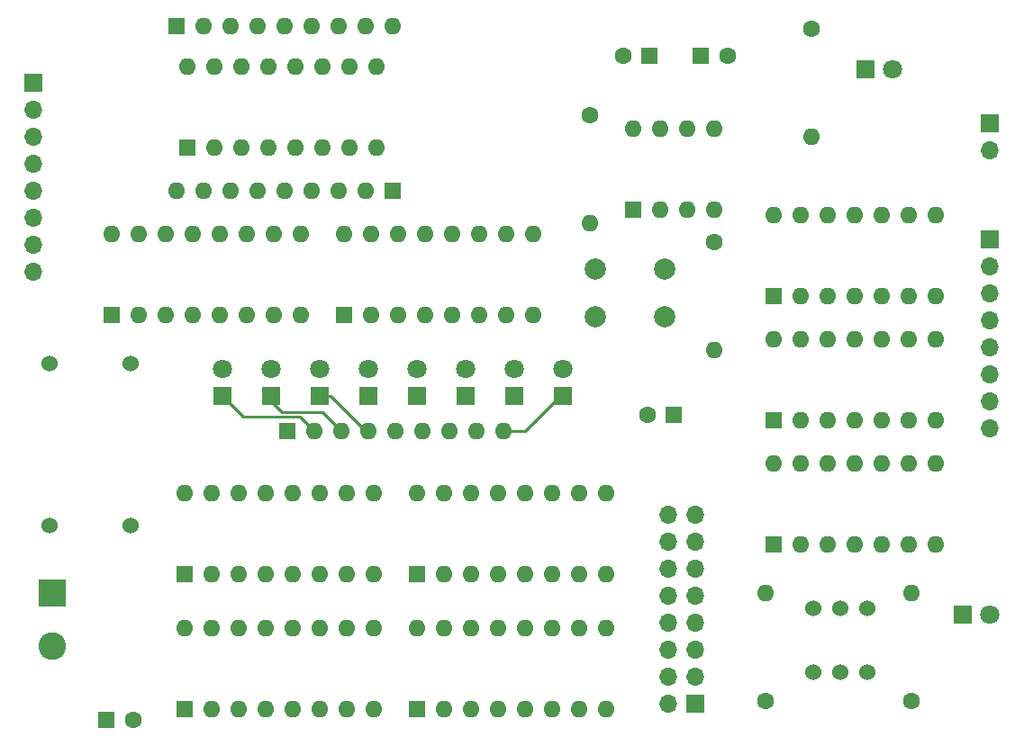
<source format=gbr>
%TF.GenerationSoftware,KiCad,Pcbnew,(5.1.9-0-10_14)*%
%TF.CreationDate,2021-05-17T13:32:26-04:00*%
%TF.ProjectId,CLOCK,434c4f43-4b2e-46b6-9963-61645f706362,rev?*%
%TF.SameCoordinates,Original*%
%TF.FileFunction,Copper,L2,Inr*%
%TF.FilePolarity,Positive*%
%FSLAX46Y46*%
G04 Gerber Fmt 4.6, Leading zero omitted, Abs format (unit mm)*
G04 Created by KiCad (PCBNEW (5.1.9-0-10_14)) date 2021-05-17 13:32:26*
%MOMM*%
%LPD*%
G01*
G04 APERTURE LIST*
%TA.AperFunction,ComponentPad*%
%ADD10C,1.600000*%
%TD*%
%TA.AperFunction,ComponentPad*%
%ADD11R,1.600000X1.600000*%
%TD*%
%TA.AperFunction,ComponentPad*%
%ADD12O,1.600000X1.600000*%
%TD*%
%TA.AperFunction,ComponentPad*%
%ADD13C,1.524000*%
%TD*%
%TA.AperFunction,ComponentPad*%
%ADD14C,2.000000*%
%TD*%
%TA.AperFunction,ComponentPad*%
%ADD15O,1.700000X1.700000*%
%TD*%
%TA.AperFunction,ComponentPad*%
%ADD16R,1.700000X1.700000*%
%TD*%
%TA.AperFunction,ComponentPad*%
%ADD17C,2.600000*%
%TD*%
%TA.AperFunction,ComponentPad*%
%ADD18R,2.600000X2.600000*%
%TD*%
%TA.AperFunction,ComponentPad*%
%ADD19C,1.800000*%
%TD*%
%TA.AperFunction,ComponentPad*%
%ADD20R,1.800000X1.800000*%
%TD*%
%TA.AperFunction,Conductor*%
%ADD21C,0.250000*%
%TD*%
G04 APERTURE END LIST*
D10*
%TO.N,GND*%
%TO.C,C4*%
X76414000Y-98044000D03*
D11*
%TO.N,+5V*%
X73914000Y-98044000D03*
%TD*%
D10*
%TO.N,GND*%
%TO.C,C3*%
X124754000Y-69342000D03*
D11*
%TO.N,+5V*%
X127254000Y-69342000D03*
%TD*%
D12*
%TO.N,+5V*%
%TO.C,U11*%
X96266000Y-52324000D03*
%TO.N,GND*%
X114046000Y-59944000D03*
X98806000Y-52324000D03*
%TO.N,/1MHz_Pulse*%
X111506000Y-59944000D03*
%TO.N,Net-(J2-Pad4)*%
X101346000Y-52324000D03*
%TO.N,/A7*%
X108966000Y-59944000D03*
%TO.N,Net-(J2-Pad3)*%
X103886000Y-52324000D03*
%TO.N,/A6*%
X106426000Y-59944000D03*
%TO.N,Net-(J2-Pad2)*%
X106426000Y-52324000D03*
%TO.N,/A5*%
X103886000Y-59944000D03*
%TO.N,Net-(J2-Pad1)*%
X108966000Y-52324000D03*
%TO.N,/A4*%
X101346000Y-59944000D03*
%TO.N,/SET_SPEED*%
X111506000Y-52324000D03*
%TO.N,GND*%
X98806000Y-59944000D03*
%TO.N,/SET_SPEED*%
X114046000Y-52324000D03*
D11*
%TO.N,GND*%
X96266000Y-59944000D03*
%TD*%
D12*
%TO.N,+5V*%
%TO.C,U10*%
X136652000Y-73914000D03*
%TO.N,GND*%
X151892000Y-81534000D03*
%TO.N,N/C*%
X139192000Y-73914000D03*
X149352000Y-81534000D03*
X141732000Y-73914000D03*
X146812000Y-81534000D03*
X144272000Y-73914000D03*
X144272000Y-81534000D03*
X146812000Y-73914000D03*
%TO.N,/CLOCK_OUT*%
X141732000Y-81534000D03*
%TO.N,N/C*%
X149352000Y-73914000D03*
%TO.N,Net-(U10-Pad2)*%
X139192000Y-81534000D03*
%TO.N,N/C*%
X151892000Y-73914000D03*
D11*
%TO.N,Net-(U10-Pad1)*%
X136652000Y-81534000D03*
%TD*%
D12*
%TO.N,+5V*%
%TO.C,U9*%
X136652000Y-50546000D03*
%TO.N,GND*%
X151892000Y-58166000D03*
%TO.N,Net-(J34-Pad1)*%
X139192000Y-50546000D03*
%TO.N,Net-(U10-Pad1)*%
X149352000Y-58166000D03*
%TO.N,Net-(D2-Pad2)*%
X141732000Y-50546000D03*
%TO.N,/HALT*%
X146812000Y-58166000D03*
%TO.N,Net-(U9-Pad10)*%
X144272000Y-50546000D03*
%TO.N,Net-(U9-Pad3)*%
X144272000Y-58166000D03*
%TO.N,Net-(U9-Pad10)*%
X146812000Y-50546000D03*
%TO.N,Net-(U9-Pad3)*%
X141732000Y-58166000D03*
%TO.N,/HALT*%
X149352000Y-50546000D03*
%TO.N,Net-(U8-Pad2)*%
X139192000Y-58166000D03*
%TO.N,Net-(U10-Pad2)*%
X151892000Y-50546000D03*
D11*
%TO.N,Net-(U7-Pad3)*%
X136652000Y-58166000D03*
%TD*%
D12*
%TO.N,+5V*%
%TO.C,U8*%
X136652000Y-62230000D03*
%TO.N,GND*%
X151892000Y-69850000D03*
%TO.N,N/C*%
X139192000Y-62230000D03*
X149352000Y-69850000D03*
X141732000Y-62230000D03*
X146812000Y-69850000D03*
X144272000Y-62230000D03*
X144272000Y-69850000D03*
X146812000Y-62230000D03*
X141732000Y-69850000D03*
X149352000Y-62230000D03*
%TO.N,Net-(U8-Pad2)*%
X139192000Y-69850000D03*
%TO.N,N/C*%
X151892000Y-62230000D03*
D11*
%TO.N,Net-(D2-Pad2)*%
X136652000Y-69850000D03*
%TD*%
D12*
%TO.N,+5V*%
%TO.C,U7*%
X123444000Y-42418000D03*
X131064000Y-50038000D03*
%TO.N,Net-(C2-Pad2)*%
X125984000Y-42418000D03*
%TO.N,Net-(U7-Pad3)*%
X128524000Y-50038000D03*
%TO.N,Net-(C2-Pad2)*%
X128524000Y-42418000D03*
%TO.N,Net-(R1-Pad2)*%
X125984000Y-50038000D03*
%TO.N,Net-(C1-Pad2)*%
X131064000Y-42418000D03*
D11*
%TO.N,GND*%
X123444000Y-50038000D03*
%TD*%
D12*
%TO.N,+5V*%
%TO.C,U6*%
X81280000Y-89408000D03*
%TO.N,GND*%
X99060000Y-97028000D03*
%TO.N,Net-(U6-Pad15)*%
X83820000Y-89408000D03*
%TO.N,Net-(J34-Pad8)*%
X96520000Y-97028000D03*
%TO.N,GND*%
X86360000Y-89408000D03*
%TO.N,Net-(J34-Pad6)*%
X93980000Y-97028000D03*
%TO.N,Net-(U6-Pad13)*%
X88900000Y-89408000D03*
%TO.N,Net-(U2-Pad11)*%
X91440000Y-97028000D03*
%TO.N,Net-(U6-Pad12)*%
X91440000Y-89408000D03*
%TO.N,+5V*%
X88900000Y-97028000D03*
X93980000Y-89408000D03*
%TO.N,Net-(J34-Pad2)*%
X86360000Y-97028000D03*
%TO.N,Net-(U6-Pad10)*%
X96520000Y-89408000D03*
%TO.N,Net-(J34-Pad4)*%
X83820000Y-97028000D03*
%TO.N,Net-(U6-Pad9)*%
X99060000Y-89408000D03*
D11*
%TO.N,Net-(U6-Pad1)*%
X81280000Y-97028000D03*
%TD*%
D12*
%TO.N,+5V*%
%TO.C,U5*%
X103124000Y-89408000D03*
%TO.N,GND*%
X120904000Y-97028000D03*
X105664000Y-89408000D03*
%TO.N,Net-(J34-Pad16)*%
X118364000Y-97028000D03*
%TO.N,GND*%
X108204000Y-89408000D03*
%TO.N,Net-(J34-Pad14)*%
X115824000Y-97028000D03*
%TO.N,Net-(U2-Pad11)*%
X110744000Y-89408000D03*
%TO.N,+5V*%
X113284000Y-97028000D03*
%TO.N,Net-(U5-Pad12)*%
X113284000Y-89408000D03*
%TO.N,Net-(U4-Pad13)*%
X110744000Y-97028000D03*
%TO.N,Net-(U2-Pad11)*%
X115824000Y-89408000D03*
%TO.N,Net-(J34-Pad10)*%
X108204000Y-97028000D03*
%TO.N,GND*%
X118364000Y-89408000D03*
%TO.N,Net-(J34-Pad12)*%
X105664000Y-97028000D03*
%TO.N,GND*%
X120904000Y-89408000D03*
D11*
X103124000Y-97028000D03*
%TD*%
D12*
%TO.N,+5V*%
%TO.C,U4*%
X103124000Y-76708000D03*
%TO.N,GND*%
X120904000Y-84328000D03*
%TO.N,/A4*%
X105664000Y-76708000D03*
%TO.N,Net-(U4-Pad7)*%
X118364000Y-84328000D03*
%TO.N,GND*%
X108204000Y-76708000D03*
%TO.N,Net-(U4-Pad6)*%
X115824000Y-84328000D03*
%TO.N,Net-(U4-Pad13)*%
X110744000Y-76708000D03*
%TO.N,+5V*%
X113284000Y-84328000D03*
%TO.N,Net-(U4-Pad12)*%
X113284000Y-76708000D03*
%TO.N,Net-(U2-Pad13)*%
X110744000Y-84328000D03*
%TO.N,Net-(U2-Pad11)*%
X115824000Y-76708000D03*
%TO.N,Net-(U4-Pad3)*%
X108204000Y-84328000D03*
%TO.N,/A6*%
X118364000Y-76708000D03*
%TO.N,Net-(U4-Pad2)*%
X105664000Y-84328000D03*
%TO.N,/A7*%
X120904000Y-76708000D03*
D11*
%TO.N,/A5*%
X103124000Y-84328000D03*
%TD*%
D12*
%TO.N,+5V*%
%TO.C,U3*%
X74422000Y-52324000D03*
%TO.N,GND*%
X92202000Y-59944000D03*
X76962000Y-52324000D03*
%TO.N,/1MHz_Pulse*%
X89662000Y-59944000D03*
%TO.N,Net-(J2-Pad8)*%
X79502000Y-52324000D03*
%TO.N,/A3*%
X87122000Y-59944000D03*
%TO.N,Net-(J2-Pad7)*%
X82042000Y-52324000D03*
%TO.N,/A2*%
X84582000Y-59944000D03*
%TO.N,Net-(J2-Pad6)*%
X84582000Y-52324000D03*
%TO.N,/A1*%
X82042000Y-59944000D03*
%TO.N,Net-(J2-Pad5)*%
X87122000Y-52324000D03*
%TO.N,/A0*%
X79502000Y-59944000D03*
%TO.N,/SET_SPEED*%
X89662000Y-52324000D03*
%TO.N,GND*%
X76962000Y-59944000D03*
%TO.N,/SET_SPEED*%
X92202000Y-52324000D03*
D11*
%TO.N,GND*%
X74422000Y-59944000D03*
%TD*%
D12*
%TO.N,+5V*%
%TO.C,U2*%
X81280000Y-76708000D03*
%TO.N,GND*%
X99060000Y-84328000D03*
%TO.N,/A0*%
X83820000Y-76708000D03*
%TO.N,Net-(U2-Pad7)*%
X96520000Y-84328000D03*
%TO.N,GND*%
X86360000Y-76708000D03*
%TO.N,Net-(U2-Pad6)*%
X93980000Y-84328000D03*
%TO.N,Net-(U2-Pad13)*%
X88900000Y-76708000D03*
%TO.N,+5V*%
X91440000Y-84328000D03*
%TO.N,Net-(U2-Pad12)*%
X91440000Y-76708000D03*
%TO.N,/1MHz_Pulse*%
X88900000Y-84328000D03*
%TO.N,Net-(U2-Pad11)*%
X93980000Y-76708000D03*
%TO.N,Net-(U2-Pad3)*%
X86360000Y-84328000D03*
%TO.N,/A2*%
X96520000Y-76708000D03*
%TO.N,Net-(U2-Pad2)*%
X83820000Y-84328000D03*
%TO.N,/A3*%
X99060000Y-76708000D03*
D11*
%TO.N,/A1*%
X81280000Y-84328000D03*
%TD*%
D13*
%TO.N,/1MHz_Pulse*%
%TO.C,U1*%
X76200000Y-79756000D03*
%TO.N,GND*%
X68580000Y-79756000D03*
%TO.N,+5V*%
X76200000Y-64516000D03*
%TO.N,Net-(U1-Pad1)*%
X68580000Y-64516000D03*
%TD*%
D12*
%TO.N,Net-(J2-Pad8)*%
%TO.C,SW13*%
X81534000Y-36576000D03*
%TO.N,Net-(RN2-Pad2)*%
X99314000Y-44196000D03*
%TO.N,Net-(J2-Pad7)*%
X84074000Y-36576000D03*
%TO.N,Net-(RN2-Pad3)*%
X96774000Y-44196000D03*
%TO.N,Net-(J2-Pad6)*%
X86614000Y-36576000D03*
%TO.N,Net-(RN2-Pad4)*%
X94234000Y-44196000D03*
%TO.N,Net-(J2-Pad5)*%
X89154000Y-36576000D03*
%TO.N,Net-(RN2-Pad5)*%
X91694000Y-44196000D03*
%TO.N,Net-(J2-Pad4)*%
X91694000Y-36576000D03*
%TO.N,Net-(RN2-Pad6)*%
X89154000Y-44196000D03*
%TO.N,Net-(J2-Pad3)*%
X94234000Y-36576000D03*
%TO.N,Net-(RN2-Pad7)*%
X86614000Y-44196000D03*
%TO.N,Net-(J2-Pad2)*%
X96774000Y-36576000D03*
%TO.N,Net-(RN2-Pad8)*%
X84074000Y-44196000D03*
%TO.N,Net-(J2-Pad1)*%
X99314000Y-36576000D03*
D11*
%TO.N,Net-(RN2-Pad9)*%
X81534000Y-44196000D03*
%TD*%
D13*
%TO.N,Net-(D2-Pad2)*%
%TO.C,SW2*%
X140335000Y-93566500D03*
%TO.N,Net-(SW2-Pad4)*%
X145415000Y-93566500D03*
%TO.N,GND*%
X142875000Y-93566500D03*
%TO.N,Net-(SW2-Pad5)*%
X140335000Y-87566500D03*
%TO.N,Net-(SW2-Pad1)*%
X142875000Y-87566500D03*
%TO.N,Net-(SW2-Pad3)*%
X145415000Y-87566500D03*
%TD*%
D14*
%TO.N,GND*%
%TO.C,SW1*%
X126388000Y-55626000D03*
%TO.N,Net-(R1-Pad2)*%
X126388000Y-60126000D03*
%TO.N,GND*%
X119888000Y-55626000D03*
%TO.N,Net-(R1-Pad2)*%
X119888000Y-60126000D03*
%TD*%
D12*
%TO.N,Net-(D8-Pad1)*%
%TO.C,RN3*%
X111252000Y-70866000D03*
%TO.N,Net-(D7-Pad1)*%
X108712000Y-70866000D03*
%TO.N,Net-(D6-Pad1)*%
X106172000Y-70866000D03*
%TO.N,Net-(D5-Pad1)*%
X103632000Y-70866000D03*
%TO.N,Net-(D4-Pad1)*%
X101092000Y-70866000D03*
%TO.N,Net-(D3-Pad1)*%
X98552000Y-70866000D03*
%TO.N,Net-(D54-Pad1)*%
X96012000Y-70866000D03*
%TO.N,Net-(D1-Pad1)*%
X93472000Y-70866000D03*
D11*
%TO.N,GND*%
X90932000Y-70866000D03*
%TD*%
D12*
%TO.N,Net-(RN2-Pad9)*%
%TO.C,RN2*%
X80518000Y-48260000D03*
%TO.N,Net-(RN2-Pad8)*%
X83058000Y-48260000D03*
%TO.N,Net-(RN2-Pad7)*%
X85598000Y-48260000D03*
%TO.N,Net-(RN2-Pad6)*%
X88138000Y-48260000D03*
%TO.N,Net-(RN2-Pad5)*%
X90678000Y-48260000D03*
%TO.N,Net-(RN2-Pad4)*%
X93218000Y-48260000D03*
%TO.N,Net-(RN2-Pad3)*%
X95758000Y-48260000D03*
%TO.N,Net-(RN2-Pad2)*%
X98298000Y-48260000D03*
D11*
%TO.N,+5V*%
X100838000Y-48260000D03*
%TD*%
D12*
%TO.N,Net-(J2-Pad1)*%
%TO.C,RN1*%
X100838000Y-32766000D03*
%TO.N,Net-(J2-Pad2)*%
X98298000Y-32766000D03*
%TO.N,Net-(J2-Pad3)*%
X95758000Y-32766000D03*
%TO.N,Net-(J2-Pad4)*%
X93218000Y-32766000D03*
%TO.N,Net-(J2-Pad5)*%
X90678000Y-32766000D03*
%TO.N,Net-(J2-Pad6)*%
X88138000Y-32766000D03*
%TO.N,Net-(J2-Pad7)*%
X85598000Y-32766000D03*
%TO.N,Net-(J2-Pad8)*%
X83058000Y-32766000D03*
D11*
%TO.N,GND*%
X80518000Y-32766000D03*
%TD*%
D12*
%TO.N,GND*%
%TO.C,R5*%
X140208000Y-43180000D03*
D10*
%TO.N,Net-(D2-Pad1)*%
X140208000Y-33020000D03*
%TD*%
D12*
%TO.N,GND*%
%TO.C,R4*%
X149606000Y-86106000D03*
D10*
%TO.N,Net-(D55-Pad1)*%
X149606000Y-96266000D03*
%TD*%
D12*
%TO.N,+5V*%
%TO.C,R3*%
X135890000Y-86106000D03*
D10*
%TO.N,Net-(D2-Pad2)*%
X135890000Y-96266000D03*
%TD*%
D12*
%TO.N,+5V*%
%TO.C,R2*%
X119380000Y-51308000D03*
D10*
%TO.N,Net-(C2-Pad2)*%
X119380000Y-41148000D03*
%TD*%
D12*
%TO.N,Net-(R1-Pad2)*%
%TO.C,R1*%
X131064000Y-63246000D03*
D10*
%TO.N,+5V*%
X131064000Y-53086000D03*
%TD*%
D15*
%TO.N,Net-(J34-Pad16)*%
%TO.C,J34*%
X126746000Y-78740000D03*
%TO.N,Net-(J34-Pad1)*%
X129286000Y-78740000D03*
%TO.N,Net-(J34-Pad14)*%
X126746000Y-81280000D03*
%TO.N,Net-(J34-Pad1)*%
X129286000Y-81280000D03*
%TO.N,Net-(J34-Pad12)*%
X126746000Y-83820000D03*
%TO.N,Net-(J34-Pad1)*%
X129286000Y-83820000D03*
%TO.N,Net-(J34-Pad10)*%
X126746000Y-86360000D03*
%TO.N,Net-(J34-Pad1)*%
X129286000Y-86360000D03*
%TO.N,Net-(J34-Pad8)*%
X126746000Y-88900000D03*
%TO.N,Net-(J34-Pad1)*%
X129286000Y-88900000D03*
%TO.N,Net-(J34-Pad6)*%
X126746000Y-91440000D03*
%TO.N,Net-(J34-Pad1)*%
X129286000Y-91440000D03*
%TO.N,Net-(J34-Pad4)*%
X126746000Y-93980000D03*
%TO.N,Net-(J34-Pad1)*%
X129286000Y-93980000D03*
%TO.N,Net-(J34-Pad2)*%
X126746000Y-96520000D03*
D16*
%TO.N,Net-(J34-Pad1)*%
X129286000Y-96520000D03*
%TD*%
D15*
%TO.N,/CLOCK_OUT*%
%TO.C,J5*%
X156972000Y-70612000D03*
X156972000Y-68072000D03*
X156972000Y-65532000D03*
X156972000Y-62992000D03*
X156972000Y-60452000D03*
X156972000Y-57912000D03*
X156972000Y-55372000D03*
D16*
X156972000Y-52832000D03*
%TD*%
D15*
%TO.N,/SET_SPEED*%
%TO.C,J3*%
X156972000Y-44450000D03*
D16*
%TO.N,/HALT*%
X156972000Y-41910000D03*
%TD*%
D15*
%TO.N,Net-(J2-Pad8)*%
%TO.C,J2*%
X67056000Y-55880000D03*
%TO.N,Net-(J2-Pad7)*%
X67056000Y-53340000D03*
%TO.N,Net-(J2-Pad6)*%
X67056000Y-50800000D03*
%TO.N,Net-(J2-Pad5)*%
X67056000Y-48260000D03*
%TO.N,Net-(J2-Pad4)*%
X67056000Y-45720000D03*
%TO.N,Net-(J2-Pad3)*%
X67056000Y-43180000D03*
%TO.N,Net-(J2-Pad2)*%
X67056000Y-40640000D03*
D16*
%TO.N,Net-(J2-Pad1)*%
X67056000Y-38100000D03*
%TD*%
D17*
%TO.N,+5V*%
%TO.C,J1*%
X68834000Y-91106000D03*
D18*
%TO.N,GND*%
X68834000Y-86106000D03*
%TD*%
D19*
%TO.N,/CLOCK_OUT*%
%TO.C,D55*%
X156972000Y-88138000D03*
D20*
%TO.N,Net-(D55-Pad1)*%
X154432000Y-88138000D03*
%TD*%
D19*
%TO.N,/A1*%
%TO.C,D54*%
X89408000Y-65024000D03*
D20*
%TO.N,Net-(D54-Pad1)*%
X89408000Y-67564000D03*
%TD*%
D19*
%TO.N,/A7*%
%TO.C,D8*%
X116840000Y-65024000D03*
D20*
%TO.N,Net-(D8-Pad1)*%
X116840000Y-67564000D03*
%TD*%
D19*
%TO.N,/A6*%
%TO.C,D7*%
X112268000Y-65024000D03*
D20*
%TO.N,Net-(D7-Pad1)*%
X112268000Y-67564000D03*
%TD*%
D19*
%TO.N,/A5*%
%TO.C,D6*%
X107696000Y-65024000D03*
D20*
%TO.N,Net-(D6-Pad1)*%
X107696000Y-67564000D03*
%TD*%
D19*
%TO.N,/A4*%
%TO.C,D5*%
X103124000Y-65024000D03*
D20*
%TO.N,Net-(D5-Pad1)*%
X103124000Y-67564000D03*
%TD*%
D19*
%TO.N,/A3*%
%TO.C,D4*%
X98552000Y-65024000D03*
D20*
%TO.N,Net-(D4-Pad1)*%
X98552000Y-67564000D03*
%TD*%
D19*
%TO.N,/A2*%
%TO.C,D3*%
X93980000Y-65024000D03*
D20*
%TO.N,Net-(D3-Pad1)*%
X93980000Y-67564000D03*
%TD*%
D19*
%TO.N,Net-(D2-Pad2)*%
%TO.C,D2*%
X147828000Y-36830000D03*
D20*
%TO.N,Net-(D2-Pad1)*%
X145288000Y-36830000D03*
%TD*%
D19*
%TO.N,/A0*%
%TO.C,D1*%
X84836000Y-65024000D03*
D20*
%TO.N,Net-(D1-Pad1)*%
X84836000Y-67564000D03*
%TD*%
D10*
%TO.N,Net-(C2-Pad2)*%
%TO.C,C2*%
X122468000Y-35560000D03*
D11*
%TO.N,+5V*%
X124968000Y-35560000D03*
%TD*%
D10*
%TO.N,Net-(C1-Pad2)*%
%TO.C,C1*%
X132294000Y-35560000D03*
D11*
%TO.N,+5V*%
X129794000Y-35560000D03*
%TD*%
D21*
%TO.N,Net-(D1-Pad1)*%
X92144011Y-69538011D02*
X93472000Y-70866000D01*
X84836000Y-67564000D02*
X86810011Y-69538011D01*
X86810011Y-69538011D02*
X92144011Y-69538011D01*
%TO.N,Net-(D3-Pad1)*%
X93980000Y-67564000D02*
X94996000Y-67564000D01*
X98298000Y-70866000D02*
X98552000Y-70866000D01*
X94996000Y-67564000D02*
X98298000Y-70866000D01*
%TO.N,Net-(D8-Pad1)*%
X116840000Y-67564000D02*
X116586000Y-67564000D01*
X113284000Y-70866000D02*
X111252000Y-70866000D01*
X116586000Y-67564000D02*
X113284000Y-70866000D01*
%TO.N,Net-(D54-Pad1)*%
X89408000Y-67564000D02*
X89408000Y-68072000D01*
X89408000Y-68072000D02*
X90424000Y-69088000D01*
X94234000Y-69088000D02*
X96012000Y-70866000D01*
X90424000Y-69088000D02*
X94234000Y-69088000D01*
%TD*%
M02*

</source>
